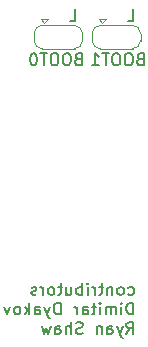
<source format=gbo>
G04 #@! TF.GenerationSoftware,KiCad,Pcbnew,(5.1.12)-1*
G04 #@! TF.CreationDate,2024-06-07T21:14:04+03:00*
G04 #@! TF.ProjectId,CaliperPCB,43616c69-7065-4725-9043-422e6b696361,rev?*
G04 #@! TF.SameCoordinates,Original*
G04 #@! TF.FileFunction,Legend,Bot*
G04 #@! TF.FilePolarity,Positive*
%FSLAX46Y46*%
G04 Gerber Fmt 4.6, Leading zero omitted, Abs format (unit mm)*
G04 Created by KiCad (PCBNEW (5.1.12)-1) date 2024-06-07 21:14:04*
%MOMM*%
%LPD*%
G01*
G04 APERTURE LIST*
%ADD10C,0.150000*%
%ADD11C,0.120000*%
%ADD12O,1.700000X1.700000*%
%ADD13R,1.700000X1.700000*%
%ADD14R,1.000000X1.500000*%
%ADD15C,0.100000*%
%ADD16O,1.000000X1.600000*%
%ADD17C,0.650000*%
%ADD18O,1.000000X2.100000*%
G04 APERTURE END LIST*
D10*
X122305476Y-91722380D02*
X122781666Y-91722380D01*
X122781666Y-90722380D01*
X127221476Y-91722380D02*
X127697666Y-91722380D01*
X127697666Y-90722380D01*
X123018572Y-94928571D02*
X122875715Y-94976190D01*
X122828096Y-95023809D01*
X122780477Y-95119047D01*
X122780477Y-95261904D01*
X122828096Y-95357142D01*
X122875715Y-95404761D01*
X122970953Y-95452380D01*
X123351905Y-95452380D01*
X123351905Y-94452380D01*
X123018572Y-94452380D01*
X122923334Y-94500000D01*
X122875715Y-94547619D01*
X122828096Y-94642857D01*
X122828096Y-94738095D01*
X122875715Y-94833333D01*
X122923334Y-94880952D01*
X123018572Y-94928571D01*
X123351905Y-94928571D01*
X122161429Y-94452380D02*
X121970953Y-94452380D01*
X121875715Y-94500000D01*
X121780477Y-94595238D01*
X121732858Y-94785714D01*
X121732858Y-95119047D01*
X121780477Y-95309523D01*
X121875715Y-95404761D01*
X121970953Y-95452380D01*
X122161429Y-95452380D01*
X122256667Y-95404761D01*
X122351905Y-95309523D01*
X122399524Y-95119047D01*
X122399524Y-94785714D01*
X122351905Y-94595238D01*
X122256667Y-94500000D01*
X122161429Y-94452380D01*
X121113810Y-94452380D02*
X120923334Y-94452380D01*
X120828096Y-94500000D01*
X120732858Y-94595238D01*
X120685239Y-94785714D01*
X120685239Y-95119047D01*
X120732858Y-95309523D01*
X120828096Y-95404761D01*
X120923334Y-95452380D01*
X121113810Y-95452380D01*
X121209048Y-95404761D01*
X121304286Y-95309523D01*
X121351905Y-95119047D01*
X121351905Y-94785714D01*
X121304286Y-94595238D01*
X121209048Y-94500000D01*
X121113810Y-94452380D01*
X120399524Y-94452380D02*
X119828096Y-94452380D01*
X120113810Y-95452380D02*
X120113810Y-94452380D01*
X119304286Y-94452380D02*
X119209048Y-94452380D01*
X119113810Y-94500000D01*
X119066191Y-94547619D01*
X119018572Y-94642857D01*
X118970953Y-94833333D01*
X118970953Y-95071428D01*
X119018572Y-95261904D01*
X119066191Y-95357142D01*
X119113810Y-95404761D01*
X119209048Y-95452380D01*
X119304286Y-95452380D01*
X119399524Y-95404761D01*
X119447143Y-95357142D01*
X119494762Y-95261904D01*
X119542381Y-95071428D01*
X119542381Y-94833333D01*
X119494762Y-94642857D01*
X119447143Y-94547619D01*
X119399524Y-94500000D01*
X119304286Y-94452380D01*
X128244094Y-94938571D02*
X128101237Y-94986190D01*
X128053618Y-95033809D01*
X128005999Y-95129047D01*
X128005999Y-95271904D01*
X128053618Y-95367142D01*
X128101237Y-95414761D01*
X128196475Y-95462380D01*
X128577427Y-95462380D01*
X128577427Y-94462380D01*
X128244094Y-94462380D01*
X128148856Y-94510000D01*
X128101237Y-94557619D01*
X128053618Y-94652857D01*
X128053618Y-94748095D01*
X128101237Y-94843333D01*
X128148856Y-94890952D01*
X128244094Y-94938571D01*
X128577427Y-94938571D01*
X127386951Y-94462380D02*
X127196475Y-94462380D01*
X127101237Y-94510000D01*
X127005999Y-94605238D01*
X126958380Y-94795714D01*
X126958380Y-95129047D01*
X127005999Y-95319523D01*
X127101237Y-95414761D01*
X127196475Y-95462380D01*
X127386951Y-95462380D01*
X127482189Y-95414761D01*
X127577427Y-95319523D01*
X127625046Y-95129047D01*
X127625046Y-94795714D01*
X127577427Y-94605238D01*
X127482189Y-94510000D01*
X127386951Y-94462380D01*
X126339332Y-94462380D02*
X126148856Y-94462380D01*
X126053618Y-94510000D01*
X125958380Y-94605238D01*
X125910761Y-94795714D01*
X125910761Y-95129047D01*
X125958380Y-95319523D01*
X126053618Y-95414761D01*
X126148856Y-95462380D01*
X126339332Y-95462380D01*
X126434570Y-95414761D01*
X126529808Y-95319523D01*
X126577427Y-95129047D01*
X126577427Y-94795714D01*
X126529808Y-94605238D01*
X126434570Y-94510000D01*
X126339332Y-94462380D01*
X125625046Y-94462380D02*
X125053618Y-94462380D01*
X125339332Y-95462380D02*
X125339332Y-94462380D01*
X124196475Y-95462380D02*
X124767903Y-95462380D01*
X124482189Y-95462380D02*
X124482189Y-94462380D01*
X124577427Y-94605238D01*
X124672665Y-94700476D01*
X124767903Y-94748095D01*
X127255833Y-114857261D02*
X127351071Y-114904880D01*
X127541547Y-114904880D01*
X127636785Y-114857261D01*
X127684404Y-114809642D01*
X127732023Y-114714404D01*
X127732023Y-114428690D01*
X127684404Y-114333452D01*
X127636785Y-114285833D01*
X127541547Y-114238214D01*
X127351071Y-114238214D01*
X127255833Y-114285833D01*
X126684404Y-114904880D02*
X126779642Y-114857261D01*
X126827261Y-114809642D01*
X126874880Y-114714404D01*
X126874880Y-114428690D01*
X126827261Y-114333452D01*
X126779642Y-114285833D01*
X126684404Y-114238214D01*
X126541547Y-114238214D01*
X126446309Y-114285833D01*
X126398690Y-114333452D01*
X126351071Y-114428690D01*
X126351071Y-114714404D01*
X126398690Y-114809642D01*
X126446309Y-114857261D01*
X126541547Y-114904880D01*
X126684404Y-114904880D01*
X125922500Y-114238214D02*
X125922500Y-114904880D01*
X125922500Y-114333452D02*
X125874880Y-114285833D01*
X125779642Y-114238214D01*
X125636785Y-114238214D01*
X125541547Y-114285833D01*
X125493928Y-114381071D01*
X125493928Y-114904880D01*
X125160595Y-114238214D02*
X124779642Y-114238214D01*
X125017738Y-113904880D02*
X125017738Y-114762023D01*
X124970119Y-114857261D01*
X124874880Y-114904880D01*
X124779642Y-114904880D01*
X124446309Y-114904880D02*
X124446309Y-114238214D01*
X124446309Y-114428690D02*
X124398690Y-114333452D01*
X124351071Y-114285833D01*
X124255833Y-114238214D01*
X124160595Y-114238214D01*
X123827261Y-114904880D02*
X123827261Y-114238214D01*
X123827261Y-113904880D02*
X123874880Y-113952500D01*
X123827261Y-114000119D01*
X123779642Y-113952500D01*
X123827261Y-113904880D01*
X123827261Y-114000119D01*
X123351071Y-114904880D02*
X123351071Y-113904880D01*
X123351071Y-114285833D02*
X123255833Y-114238214D01*
X123065357Y-114238214D01*
X122970119Y-114285833D01*
X122922500Y-114333452D01*
X122874880Y-114428690D01*
X122874880Y-114714404D01*
X122922500Y-114809642D01*
X122970119Y-114857261D01*
X123065357Y-114904880D01*
X123255833Y-114904880D01*
X123351071Y-114857261D01*
X122017738Y-114238214D02*
X122017738Y-114904880D01*
X122446309Y-114238214D02*
X122446309Y-114762023D01*
X122398690Y-114857261D01*
X122303452Y-114904880D01*
X122160595Y-114904880D01*
X122065357Y-114857261D01*
X122017738Y-114809642D01*
X121684404Y-114238214D02*
X121303452Y-114238214D01*
X121541547Y-113904880D02*
X121541547Y-114762023D01*
X121493928Y-114857261D01*
X121398690Y-114904880D01*
X121303452Y-114904880D01*
X120827261Y-114904880D02*
X120922500Y-114857261D01*
X120970119Y-114809642D01*
X121017738Y-114714404D01*
X121017738Y-114428690D01*
X120970119Y-114333452D01*
X120922500Y-114285833D01*
X120827261Y-114238214D01*
X120684404Y-114238214D01*
X120589166Y-114285833D01*
X120541547Y-114333452D01*
X120493928Y-114428690D01*
X120493928Y-114714404D01*
X120541547Y-114809642D01*
X120589166Y-114857261D01*
X120684404Y-114904880D01*
X120827261Y-114904880D01*
X120065357Y-114904880D02*
X120065357Y-114238214D01*
X120065357Y-114428690D02*
X120017738Y-114333452D01*
X119970119Y-114285833D01*
X119874880Y-114238214D01*
X119779642Y-114238214D01*
X119493928Y-114857261D02*
X119398690Y-114904880D01*
X119208214Y-114904880D01*
X119112976Y-114857261D01*
X119065357Y-114762023D01*
X119065357Y-114714404D01*
X119112976Y-114619166D01*
X119208214Y-114571547D01*
X119351071Y-114571547D01*
X119446309Y-114523928D01*
X119493928Y-114428690D01*
X119493928Y-114381071D01*
X119446309Y-114285833D01*
X119351071Y-114238214D01*
X119208214Y-114238214D01*
X119112976Y-114285833D01*
X127684404Y-116554880D02*
X127684404Y-115554880D01*
X127446309Y-115554880D01*
X127303452Y-115602500D01*
X127208214Y-115697738D01*
X127160595Y-115792976D01*
X127112976Y-115983452D01*
X127112976Y-116126309D01*
X127160595Y-116316785D01*
X127208214Y-116412023D01*
X127303452Y-116507261D01*
X127446309Y-116554880D01*
X127684404Y-116554880D01*
X126684404Y-116554880D02*
X126684404Y-115888214D01*
X126684404Y-115554880D02*
X126732023Y-115602500D01*
X126684404Y-115650119D01*
X126636785Y-115602500D01*
X126684404Y-115554880D01*
X126684404Y-115650119D01*
X126208214Y-116554880D02*
X126208214Y-115888214D01*
X126208214Y-115983452D02*
X126160595Y-115935833D01*
X126065357Y-115888214D01*
X125922500Y-115888214D01*
X125827261Y-115935833D01*
X125779642Y-116031071D01*
X125779642Y-116554880D01*
X125779642Y-116031071D02*
X125732023Y-115935833D01*
X125636785Y-115888214D01*
X125493928Y-115888214D01*
X125398690Y-115935833D01*
X125351071Y-116031071D01*
X125351071Y-116554880D01*
X124874880Y-116554880D02*
X124874880Y-115888214D01*
X124874880Y-115554880D02*
X124922500Y-115602500D01*
X124874880Y-115650119D01*
X124827261Y-115602500D01*
X124874880Y-115554880D01*
X124874880Y-115650119D01*
X124541547Y-115888214D02*
X124160595Y-115888214D01*
X124398690Y-115554880D02*
X124398690Y-116412023D01*
X124351071Y-116507261D01*
X124255833Y-116554880D01*
X124160595Y-116554880D01*
X123398690Y-116554880D02*
X123398690Y-116031071D01*
X123446309Y-115935833D01*
X123541547Y-115888214D01*
X123732023Y-115888214D01*
X123827261Y-115935833D01*
X123398690Y-116507261D02*
X123493928Y-116554880D01*
X123732023Y-116554880D01*
X123827261Y-116507261D01*
X123874880Y-116412023D01*
X123874880Y-116316785D01*
X123827261Y-116221547D01*
X123732023Y-116173928D01*
X123493928Y-116173928D01*
X123398690Y-116126309D01*
X122922500Y-116554880D02*
X122922500Y-115888214D01*
X122922500Y-116078690D02*
X122874880Y-115983452D01*
X122827261Y-115935833D01*
X122732023Y-115888214D01*
X122636785Y-115888214D01*
X121541547Y-116554880D02*
X121541547Y-115554880D01*
X121303452Y-115554880D01*
X121160595Y-115602500D01*
X121065357Y-115697738D01*
X121017738Y-115792976D01*
X120970119Y-115983452D01*
X120970119Y-116126309D01*
X121017738Y-116316785D01*
X121065357Y-116412023D01*
X121160595Y-116507261D01*
X121303452Y-116554880D01*
X121541547Y-116554880D01*
X120636785Y-115888214D02*
X120398690Y-116554880D01*
X120160595Y-115888214D02*
X120398690Y-116554880D01*
X120493928Y-116792976D01*
X120541547Y-116840595D01*
X120636785Y-116888214D01*
X119351071Y-116554880D02*
X119351071Y-116031071D01*
X119398690Y-115935833D01*
X119493928Y-115888214D01*
X119684404Y-115888214D01*
X119779642Y-115935833D01*
X119351071Y-116507261D02*
X119446309Y-116554880D01*
X119684404Y-116554880D01*
X119779642Y-116507261D01*
X119827261Y-116412023D01*
X119827261Y-116316785D01*
X119779642Y-116221547D01*
X119684404Y-116173928D01*
X119446309Y-116173928D01*
X119351071Y-116126309D01*
X118874880Y-116554880D02*
X118874880Y-115554880D01*
X118779642Y-116173928D02*
X118493928Y-116554880D01*
X118493928Y-115888214D02*
X118874880Y-116269166D01*
X117922500Y-116554880D02*
X118017738Y-116507261D01*
X118065357Y-116459642D01*
X118112976Y-116364404D01*
X118112976Y-116078690D01*
X118065357Y-115983452D01*
X118017738Y-115935833D01*
X117922500Y-115888214D01*
X117779642Y-115888214D01*
X117684404Y-115935833D01*
X117636785Y-115983452D01*
X117589166Y-116078690D01*
X117589166Y-116364404D01*
X117636785Y-116459642D01*
X117684404Y-116507261D01*
X117779642Y-116554880D01*
X117922500Y-116554880D01*
X117255833Y-115888214D02*
X117017738Y-116554880D01*
X116779642Y-115888214D01*
X127112976Y-118204880D02*
X127446309Y-117728690D01*
X127684404Y-118204880D02*
X127684404Y-117204880D01*
X127303452Y-117204880D01*
X127208214Y-117252500D01*
X127160595Y-117300119D01*
X127112976Y-117395357D01*
X127112976Y-117538214D01*
X127160595Y-117633452D01*
X127208214Y-117681071D01*
X127303452Y-117728690D01*
X127684404Y-117728690D01*
X126779642Y-117538214D02*
X126541547Y-118204880D01*
X126303452Y-117538214D02*
X126541547Y-118204880D01*
X126636785Y-118442976D01*
X126684404Y-118490595D01*
X126779642Y-118538214D01*
X125493928Y-118204880D02*
X125493928Y-117681071D01*
X125541547Y-117585833D01*
X125636785Y-117538214D01*
X125827261Y-117538214D01*
X125922500Y-117585833D01*
X125493928Y-118157261D02*
X125589166Y-118204880D01*
X125827261Y-118204880D01*
X125922500Y-118157261D01*
X125970119Y-118062023D01*
X125970119Y-117966785D01*
X125922500Y-117871547D01*
X125827261Y-117823928D01*
X125589166Y-117823928D01*
X125493928Y-117776309D01*
X125017738Y-117538214D02*
X125017738Y-118204880D01*
X125017738Y-117633452D02*
X124970119Y-117585833D01*
X124874880Y-117538214D01*
X124732023Y-117538214D01*
X124636785Y-117585833D01*
X124589166Y-117681071D01*
X124589166Y-118204880D01*
X123398690Y-118157261D02*
X123255833Y-118204880D01*
X123017738Y-118204880D01*
X122922500Y-118157261D01*
X122874880Y-118109642D01*
X122827261Y-118014404D01*
X122827261Y-117919166D01*
X122874880Y-117823928D01*
X122922500Y-117776309D01*
X123017738Y-117728690D01*
X123208214Y-117681071D01*
X123303452Y-117633452D01*
X123351071Y-117585833D01*
X123398690Y-117490595D01*
X123398690Y-117395357D01*
X123351071Y-117300119D01*
X123303452Y-117252500D01*
X123208214Y-117204880D01*
X122970119Y-117204880D01*
X122827261Y-117252500D01*
X122398690Y-118204880D02*
X122398690Y-117204880D01*
X121970119Y-118204880D02*
X121970119Y-117681071D01*
X122017738Y-117585833D01*
X122112976Y-117538214D01*
X122255833Y-117538214D01*
X122351071Y-117585833D01*
X122398690Y-117633452D01*
X121065357Y-118204880D02*
X121065357Y-117681071D01*
X121112976Y-117585833D01*
X121208214Y-117538214D01*
X121398690Y-117538214D01*
X121493928Y-117585833D01*
X121065357Y-118157261D02*
X121160595Y-118204880D01*
X121398690Y-118204880D01*
X121493928Y-118157261D01*
X121541547Y-118062023D01*
X121541547Y-117966785D01*
X121493928Y-117871547D01*
X121398690Y-117823928D01*
X121160595Y-117823928D01*
X121065357Y-117776309D01*
X120684404Y-117538214D02*
X120493928Y-118204880D01*
X120303452Y-117728690D01*
X120112976Y-118204880D01*
X119922500Y-117538214D01*
D11*
X119940000Y-94070000D02*
X122740000Y-94070000D01*
X123390000Y-93370000D02*
X123390000Y-92770000D01*
X122740000Y-92070000D02*
X119940000Y-92070000D01*
X119290000Y-92770000D02*
X119290000Y-93370000D01*
X120140000Y-91870000D02*
X119840000Y-91570000D01*
X119840000Y-91570000D02*
X120440000Y-91570000D01*
X120140000Y-91870000D02*
X120440000Y-91570000D01*
X119290000Y-93370000D02*
G75*
G03*
X119990000Y-94070000I700000J0D01*
G01*
X119990000Y-92070000D02*
G75*
G03*
X119290000Y-92770000I0J-700000D01*
G01*
X123390000Y-92770000D02*
G75*
G03*
X122690000Y-92070000I-700000J0D01*
G01*
X122690000Y-94070000D02*
G75*
G03*
X123390000Y-93370000I0J700000D01*
G01*
X124856000Y-94070000D02*
X127656000Y-94070000D01*
X128306000Y-93370000D02*
X128306000Y-92770000D01*
X127656000Y-92070000D02*
X124856000Y-92070000D01*
X124206000Y-92770000D02*
X124206000Y-93370000D01*
X125056000Y-91870000D02*
X124756000Y-91570000D01*
X124756000Y-91570000D02*
X125356000Y-91570000D01*
X125056000Y-91870000D02*
X125356000Y-91570000D01*
X124206000Y-93370000D02*
G75*
G03*
X124906000Y-94070000I700000J0D01*
G01*
X124906000Y-92070000D02*
G75*
G03*
X124206000Y-92770000I0J-700000D01*
G01*
X128306000Y-92770000D02*
G75*
G03*
X127606000Y-92070000I-700000J0D01*
G01*
X127606000Y-94070000D02*
G75*
G03*
X128306000Y-93370000I0J700000D01*
G01*
%LPC*%
D12*
X139192000Y-89408000D03*
X139192000Y-86868000D03*
X136652000Y-89408000D03*
X136652000Y-86868000D03*
X134112000Y-89408000D03*
X134112000Y-86868000D03*
X131572000Y-89408000D03*
X131572000Y-86868000D03*
X129032000Y-89408000D03*
D13*
X129032000Y-86868000D03*
D12*
X179380000Y-96450000D03*
X179380000Y-93910000D03*
X179380000Y-91370000D03*
D13*
X179380000Y-88830000D03*
D14*
X121340000Y-93070000D03*
D15*
G36*
X122640000Y-92320602D02*
G01*
X122664534Y-92320602D01*
X122713365Y-92325412D01*
X122761490Y-92334984D01*
X122808445Y-92349228D01*
X122853778Y-92368005D01*
X122897051Y-92391136D01*
X122937850Y-92418396D01*
X122975779Y-92449524D01*
X123010476Y-92484221D01*
X123041604Y-92522150D01*
X123068864Y-92562949D01*
X123091995Y-92606222D01*
X123110772Y-92651555D01*
X123125016Y-92698510D01*
X123134588Y-92746635D01*
X123139398Y-92795466D01*
X123139398Y-92820000D01*
X123140000Y-92820000D01*
X123140000Y-93320000D01*
X123139398Y-93320000D01*
X123139398Y-93344534D01*
X123134588Y-93393365D01*
X123125016Y-93441490D01*
X123110772Y-93488445D01*
X123091995Y-93533778D01*
X123068864Y-93577051D01*
X123041604Y-93617850D01*
X123010476Y-93655779D01*
X122975779Y-93690476D01*
X122937850Y-93721604D01*
X122897051Y-93748864D01*
X122853778Y-93771995D01*
X122808445Y-93790772D01*
X122761490Y-93805016D01*
X122713365Y-93814588D01*
X122664534Y-93819398D01*
X122640000Y-93819398D01*
X122640000Y-93820000D01*
X122090000Y-93820000D01*
X122090000Y-92320000D01*
X122640000Y-92320000D01*
X122640000Y-92320602D01*
G37*
G36*
X120590000Y-93820000D02*
G01*
X120040000Y-93820000D01*
X120040000Y-93819398D01*
X120015466Y-93819398D01*
X119966635Y-93814588D01*
X119918510Y-93805016D01*
X119871555Y-93790772D01*
X119826222Y-93771995D01*
X119782949Y-93748864D01*
X119742150Y-93721604D01*
X119704221Y-93690476D01*
X119669524Y-93655779D01*
X119638396Y-93617850D01*
X119611136Y-93577051D01*
X119588005Y-93533778D01*
X119569228Y-93488445D01*
X119554984Y-93441490D01*
X119545412Y-93393365D01*
X119540602Y-93344534D01*
X119540602Y-93320000D01*
X119540000Y-93320000D01*
X119540000Y-92820000D01*
X119540602Y-92820000D01*
X119540602Y-92795466D01*
X119545412Y-92746635D01*
X119554984Y-92698510D01*
X119569228Y-92651555D01*
X119588005Y-92606222D01*
X119611136Y-92562949D01*
X119638396Y-92522150D01*
X119669524Y-92484221D01*
X119704221Y-92449524D01*
X119742150Y-92418396D01*
X119782949Y-92391136D01*
X119826222Y-92368005D01*
X119871555Y-92349228D01*
X119918510Y-92334984D01*
X119966635Y-92325412D01*
X120015466Y-92320602D01*
X120040000Y-92320602D01*
X120040000Y-92320000D01*
X120590000Y-92320000D01*
X120590000Y-93820000D01*
G37*
D14*
X126256000Y-93070000D03*
D15*
G36*
X127556000Y-92320602D02*
G01*
X127580534Y-92320602D01*
X127629365Y-92325412D01*
X127677490Y-92334984D01*
X127724445Y-92349228D01*
X127769778Y-92368005D01*
X127813051Y-92391136D01*
X127853850Y-92418396D01*
X127891779Y-92449524D01*
X127926476Y-92484221D01*
X127957604Y-92522150D01*
X127984864Y-92562949D01*
X128007995Y-92606222D01*
X128026772Y-92651555D01*
X128041016Y-92698510D01*
X128050588Y-92746635D01*
X128055398Y-92795466D01*
X128055398Y-92820000D01*
X128056000Y-92820000D01*
X128056000Y-93320000D01*
X128055398Y-93320000D01*
X128055398Y-93344534D01*
X128050588Y-93393365D01*
X128041016Y-93441490D01*
X128026772Y-93488445D01*
X128007995Y-93533778D01*
X127984864Y-93577051D01*
X127957604Y-93617850D01*
X127926476Y-93655779D01*
X127891779Y-93690476D01*
X127853850Y-93721604D01*
X127813051Y-93748864D01*
X127769778Y-93771995D01*
X127724445Y-93790772D01*
X127677490Y-93805016D01*
X127629365Y-93814588D01*
X127580534Y-93819398D01*
X127556000Y-93819398D01*
X127556000Y-93820000D01*
X127006000Y-93820000D01*
X127006000Y-92320000D01*
X127556000Y-92320000D01*
X127556000Y-92320602D01*
G37*
G36*
X125506000Y-93820000D02*
G01*
X124956000Y-93820000D01*
X124956000Y-93819398D01*
X124931466Y-93819398D01*
X124882635Y-93814588D01*
X124834510Y-93805016D01*
X124787555Y-93790772D01*
X124742222Y-93771995D01*
X124698949Y-93748864D01*
X124658150Y-93721604D01*
X124620221Y-93690476D01*
X124585524Y-93655779D01*
X124554396Y-93617850D01*
X124527136Y-93577051D01*
X124504005Y-93533778D01*
X124485228Y-93488445D01*
X124470984Y-93441490D01*
X124461412Y-93393365D01*
X124456602Y-93344534D01*
X124456602Y-93320000D01*
X124456000Y-93320000D01*
X124456000Y-92820000D01*
X124456602Y-92820000D01*
X124456602Y-92795466D01*
X124461412Y-92746635D01*
X124470984Y-92698510D01*
X124485228Y-92651555D01*
X124504005Y-92606222D01*
X124527136Y-92562949D01*
X124554396Y-92522150D01*
X124585524Y-92484221D01*
X124620221Y-92449524D01*
X124658150Y-92418396D01*
X124698949Y-92391136D01*
X124742222Y-92368005D01*
X124787555Y-92349228D01*
X124834510Y-92334984D01*
X124882635Y-92325412D01*
X124931466Y-92320602D01*
X124956000Y-92320602D01*
X124956000Y-92320000D01*
X125506000Y-92320000D01*
X125506000Y-93820000D01*
G37*
D13*
X183720000Y-86950000D03*
D12*
X186260000Y-86950000D03*
X188800000Y-86950000D03*
X191340000Y-86950000D03*
D16*
X152528000Y-85564000D03*
D17*
X153958000Y-89214000D03*
D16*
X161168000Y-85564000D03*
D17*
X159738000Y-89214000D03*
D18*
X161168000Y-89744000D03*
X152528000Y-89744000D03*
M02*

</source>
